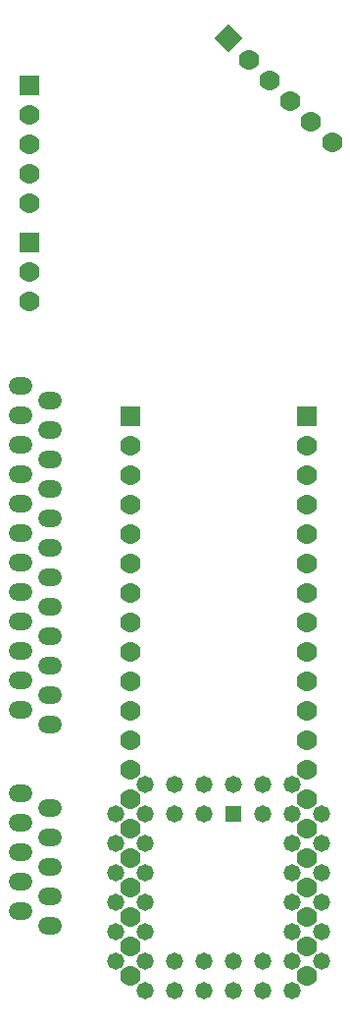
<source format=gbs>
G04*
G04 #@! TF.GenerationSoftware,Altium Limited,Altium Designer,21.0.9 (235)*
G04*
G04 Layer_Color=16711935*
%FSLAX25Y25*%
%MOIN*%
G70*
G04*
G04 #@! TF.SameCoordinates,E6591328-2649-4853-B355-67F2A4BCD0D5*
G04*
G04*
G04 #@! TF.FilePolarity,Negative*
G04*
G01*
G75*
%ADD38R,0.06992X0.06992*%
%ADD39C,0.06992*%
%ADD40P,0.09888X4X360.0*%
%ADD41R,0.05811X0.05811*%
%ADD42C,0.05811*%
%ADD43O,0.08173X0.05811*%
D38*
X20669Y274921D02*
D03*
Y328532D02*
D03*
X55000Y215905D02*
D03*
X115000D02*
D03*
D39*
X20669Y264921D02*
D03*
Y254921D02*
D03*
Y288532D02*
D03*
Y298532D02*
D03*
Y308532D02*
D03*
Y318532D02*
D03*
X123592Y308889D02*
D03*
X116521Y315960D02*
D03*
X109449Y323031D02*
D03*
X102378Y330102D02*
D03*
X95307Y337173D02*
D03*
X55000Y25905D02*
D03*
Y35906D02*
D03*
Y45906D02*
D03*
Y55905D02*
D03*
Y65905D02*
D03*
Y145905D02*
D03*
Y155905D02*
D03*
Y165905D02*
D03*
Y175906D02*
D03*
Y185906D02*
D03*
Y195905D02*
D03*
Y205906D02*
D03*
Y135906D02*
D03*
Y125906D02*
D03*
Y115905D02*
D03*
Y105905D02*
D03*
Y95906D02*
D03*
Y85905D02*
D03*
Y75906D02*
D03*
X115000Y25905D02*
D03*
Y35906D02*
D03*
Y45906D02*
D03*
Y55905D02*
D03*
Y65905D02*
D03*
Y145905D02*
D03*
Y155905D02*
D03*
Y165905D02*
D03*
Y175906D02*
D03*
Y185906D02*
D03*
Y195905D02*
D03*
Y205906D02*
D03*
Y135906D02*
D03*
Y125906D02*
D03*
Y115905D02*
D03*
Y105905D02*
D03*
Y95906D02*
D03*
Y85905D02*
D03*
Y75906D02*
D03*
D40*
X88236Y344244D02*
D03*
D41*
X90000Y80905D02*
D03*
D42*
X80000Y90905D02*
D03*
Y80905D02*
D03*
X70000Y90905D02*
D03*
Y80905D02*
D03*
X60000Y90905D02*
D03*
X50000Y80905D02*
D03*
X60000D02*
D03*
X50000Y70906D02*
D03*
X60000D02*
D03*
X50000Y60905D02*
D03*
X60000D02*
D03*
X50000Y50906D02*
D03*
X60000D02*
D03*
X50000Y40905D02*
D03*
X60000D02*
D03*
X50000Y30906D02*
D03*
X60000Y20906D02*
D03*
Y30906D02*
D03*
X70000Y20906D02*
D03*
Y30906D02*
D03*
X80000Y20906D02*
D03*
Y30906D02*
D03*
X90000Y20906D02*
D03*
Y30906D02*
D03*
X100000Y20906D02*
D03*
Y30906D02*
D03*
X110000Y20906D02*
D03*
X120000Y30906D02*
D03*
X110000D02*
D03*
X120000Y40905D02*
D03*
X110000D02*
D03*
X120000Y50906D02*
D03*
X110000D02*
D03*
X120000Y60905D02*
D03*
X110000D02*
D03*
X120000Y70906D02*
D03*
X110000D02*
D03*
X120000Y80905D02*
D03*
X110000Y90905D02*
D03*
Y80905D02*
D03*
X100000Y90905D02*
D03*
Y80905D02*
D03*
X90000Y90905D02*
D03*
D43*
X17638Y87992D02*
D03*
X27638Y72992D02*
D03*
X17638Y67992D02*
D03*
X27638Y62992D02*
D03*
X17638Y57992D02*
D03*
X27638Y52992D02*
D03*
X17638Y47992D02*
D03*
X27638Y42992D02*
D03*
Y82992D02*
D03*
X17638Y77992D02*
D03*
Y226220D02*
D03*
X27638Y211221D02*
D03*
X17638Y206221D02*
D03*
X27638Y201220D02*
D03*
X17638Y196221D02*
D03*
X27638Y191220D02*
D03*
X17638Y186221D02*
D03*
X27638Y181220D02*
D03*
Y221220D02*
D03*
X17638Y216220D02*
D03*
X27638Y171221D02*
D03*
X17638Y166220D02*
D03*
X27638Y161221D02*
D03*
X17638Y176221D02*
D03*
Y156220D02*
D03*
X27638Y141220D02*
D03*
X17638Y136221D02*
D03*
X27638Y131220D02*
D03*
X17638Y126221D02*
D03*
X27638Y121221D02*
D03*
X17638Y116220D02*
D03*
X27638Y111221D02*
D03*
Y151221D02*
D03*
X17638Y146221D02*
D03*
M02*

</source>
